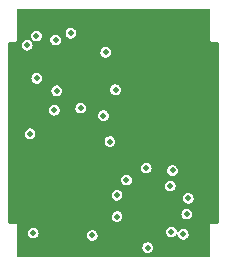
<source format=gbr>
%TF.GenerationSoftware,KiCad,Pcbnew,6.0.7-f9a2dced07~116~ubuntu20.04.1*%
%TF.CreationDate,2022-09-24T19:15:38+02:00*%
%TF.ProjectId,SRRReceiver,53525252-6563-4656-9976-65722e6b6963,rev?*%
%TF.SameCoordinates,Original*%
%TF.FileFunction,Copper,L2,Inr*%
%TF.FilePolarity,Positive*%
%FSLAX46Y46*%
G04 Gerber Fmt 4.6, Leading zero omitted, Abs format (unit mm)*
G04 Created by KiCad (PCBNEW 6.0.7-f9a2dced07~116~ubuntu20.04.1) date 2022-09-24 19:15:38*
%MOMM*%
%LPD*%
G01*
G04 APERTURE LIST*
%TA.AperFunction,ComponentPad*%
%ADD10R,0.500000X0.900000*%
%TD*%
%TA.AperFunction,ViaPad*%
%ADD11C,0.500000*%
%TD*%
G04 APERTURE END LIST*
D10*
%TO.N,GND*%
%TO.C,AE2*%
X133000000Y-82550000D03*
%TD*%
%TO.N,GND*%
%TO.C,AE1*%
X115600000Y-95900000D03*
%TD*%
D11*
%TO.N,GND*%
X121900000Y-88100000D03*
X130300000Y-79250000D03*
X120300000Y-83300000D03*
X130300000Y-99300000D03*
X127100000Y-96000000D03*
X130250000Y-80400000D03*
X116500000Y-98400000D03*
X128700000Y-85700000D03*
X126850000Y-80350000D03*
X116400000Y-92600000D03*
X118874500Y-98600000D03*
X132200000Y-87100000D03*
X125100000Y-79200000D03*
X124200000Y-90700000D03*
X128750000Y-81250000D03*
X116600000Y-79200000D03*
X126300000Y-79200000D03*
X117800000Y-92000000D03*
X116400000Y-91500000D03*
X116075500Y-82700000D03*
X131800000Y-94600000D03*
X121150000Y-83300000D03*
X125650000Y-85350000D03*
X127700000Y-79200000D03*
X118000000Y-79200000D03*
X119900000Y-79200000D03*
X116500000Y-97400000D03*
X131600000Y-81500000D03*
X125300000Y-97500000D03*
X127900000Y-85900000D03*
X121100000Y-84200000D03*
X116600000Y-89000000D03*
X116400000Y-90400000D03*
X129968767Y-92881233D03*
X122500000Y-93900000D03*
X131800000Y-91500000D03*
X128100000Y-96000000D03*
X118300000Y-86400000D03*
X131800000Y-90400000D03*
X131650000Y-79250000D03*
X131100000Y-89300000D03*
X116300000Y-94900000D03*
X132200000Y-86000000D03*
X131650000Y-80400000D03*
X117600000Y-99400000D03*
X116500000Y-99400000D03*
X132000000Y-99200000D03*
X128850000Y-82350000D03*
X116600000Y-80200000D03*
X130900000Y-97400000D03*
X117800000Y-80000000D03*
X122200000Y-79200000D03*
X116200000Y-86850000D03*
X119222082Y-93541804D03*
X120300000Y-84200000D03*
X118750000Y-94100000D03*
X127100000Y-95100000D03*
X130300000Y-91500000D03*
X131600000Y-82550000D03*
X128050000Y-81600000D03*
X132000000Y-98100000D03*
X121700000Y-98800000D03*
X131100000Y-88100000D03*
X129100000Y-79250000D03*
X127750000Y-80350000D03*
X117050000Y-92100000D03*
X123800000Y-79200000D03*
X127100000Y-91450000D03*
X128100000Y-95100000D03*
X120700000Y-93900000D03*
X131100000Y-98600000D03*
X125200000Y-82300000D03*
X121000000Y-79600000D03*
X129100000Y-90400000D03*
X129100000Y-80350000D03*
%TO.N,SPI2_MOSI*%
X129200000Y-97600000D03*
%TO.N,SPI2_NSS*%
X129300000Y-92400000D03*
%TO.N,VDD*%
X124475500Y-85550000D03*
X125400000Y-93200000D03*
X124600000Y-96300000D03*
X123450000Y-87750000D03*
X127200000Y-98924500D03*
X127068951Y-92198355D03*
X117800000Y-84600000D03*
X130635298Y-94764702D03*
X124600000Y-94500000D03*
X121522266Y-87122266D03*
X123637500Y-82387500D03*
X122500000Y-97900000D03*
X120700000Y-80778732D03*
%TO.N,SPI2_SCK*%
X130200000Y-97800000D03*
%TO.N,SPI1_SCK*%
X117775500Y-81000000D03*
%TO.N,SPI1_MISO*%
X117000000Y-81800000D03*
%TO.N,SPI1_NSS*%
X119300000Y-87300000D03*
%TO.N,SPI2_MISO*%
X130500000Y-96100000D03*
X124000000Y-89950000D03*
%TO.N,SPI1_MOSI*%
X119400000Y-81350000D03*
%TO.N,GD0_INT_2*%
X129100000Y-93700000D03*
X117500000Y-97700000D03*
%TO.N,GD0_INT_1*%
X117236803Y-89289456D03*
X119500000Y-85650000D03*
%TD*%
%TA.AperFunction,Conductor*%
%TO.N,GND*%
G36*
X132458691Y-78719407D02*
G01*
X132494655Y-78768907D01*
X132499500Y-78799500D01*
X132499500Y-81432654D01*
X132508717Y-81445341D01*
X132509044Y-81446346D01*
X132509665Y-81447200D01*
X132514510Y-81462112D01*
X132527194Y-81471328D01*
X132527816Y-81472184D01*
X132528672Y-81472806D01*
X132537888Y-81485490D01*
X132552800Y-81490335D01*
X132553654Y-81490956D01*
X132554659Y-81491283D01*
X132567346Y-81500500D01*
X133101000Y-81500500D01*
X133159191Y-81519407D01*
X133195155Y-81568907D01*
X133200000Y-81599500D01*
X133200000Y-96800500D01*
X133181093Y-96858691D01*
X133131593Y-96894655D01*
X133101000Y-96899500D01*
X132567346Y-96899500D01*
X132554659Y-96908717D01*
X132553654Y-96909044D01*
X132552800Y-96909665D01*
X132537888Y-96914510D01*
X132528672Y-96927194D01*
X132527816Y-96927816D01*
X132527194Y-96928672D01*
X132514510Y-96937888D01*
X132509665Y-96952800D01*
X132509044Y-96953654D01*
X132508717Y-96954659D01*
X132499500Y-96967346D01*
X132499500Y-99600500D01*
X132480593Y-99658691D01*
X132431093Y-99694655D01*
X132400500Y-99699500D01*
X116199500Y-99699500D01*
X116141309Y-99680593D01*
X116105345Y-99631093D01*
X116100500Y-99600500D01*
X116100500Y-98918940D01*
X126744901Y-98918940D01*
X126745816Y-98925937D01*
X126745816Y-98925938D01*
X126747082Y-98935620D01*
X126761633Y-99046894D01*
X126764471Y-99053345D01*
X126764472Y-99053347D01*
X126771458Y-99069224D01*
X126813605Y-99165010D01*
X126855122Y-99214401D01*
X126892100Y-99258392D01*
X126892103Y-99258394D01*
X126896639Y-99263791D01*
X127004060Y-99335296D01*
X127010788Y-99337398D01*
X127010790Y-99337399D01*
X127065646Y-99354537D01*
X127127233Y-99373778D01*
X127191744Y-99374960D01*
X127249202Y-99376014D01*
X127249204Y-99376014D01*
X127256255Y-99376143D01*
X127263058Y-99374288D01*
X127263060Y-99374288D01*
X127304828Y-99362900D01*
X127380755Y-99342200D01*
X127490724Y-99274679D01*
X127577322Y-99179007D01*
X127633588Y-99062875D01*
X127654997Y-98935620D01*
X127655133Y-98924500D01*
X127636839Y-98796759D01*
X127583428Y-98679288D01*
X127499193Y-98581528D01*
X127493276Y-98577693D01*
X127493274Y-98577691D01*
X127396824Y-98515177D01*
X127390906Y-98511341D01*
X127384150Y-98509321D01*
X127384149Y-98509320D01*
X127341335Y-98496516D01*
X127267273Y-98474366D01*
X127190644Y-98473898D01*
X127145282Y-98473621D01*
X127138231Y-98473578D01*
X127131454Y-98475515D01*
X127131453Y-98475515D01*
X127020935Y-98507101D01*
X127020933Y-98507102D01*
X127014155Y-98509039D01*
X126905019Y-98577899D01*
X126819596Y-98674622D01*
X126764754Y-98791432D01*
X126744901Y-98918940D01*
X116100500Y-98918940D01*
X116100500Y-97694440D01*
X117044901Y-97694440D01*
X117045816Y-97701437D01*
X117045816Y-97701438D01*
X117047082Y-97711120D01*
X117061633Y-97822394D01*
X117064471Y-97828845D01*
X117064472Y-97828847D01*
X117108473Y-97928847D01*
X117113605Y-97940510D01*
X117155122Y-97989901D01*
X117192100Y-98033892D01*
X117192103Y-98033894D01*
X117196639Y-98039291D01*
X117304060Y-98110796D01*
X117310788Y-98112898D01*
X117310790Y-98112899D01*
X117365647Y-98130037D01*
X117427233Y-98149278D01*
X117491744Y-98150460D01*
X117549202Y-98151514D01*
X117549204Y-98151514D01*
X117556255Y-98151643D01*
X117563058Y-98149788D01*
X117563060Y-98149788D01*
X117621364Y-98133892D01*
X117680755Y-98117700D01*
X117790724Y-98050179D01*
X117800579Y-98039291D01*
X117872590Y-97959735D01*
X117872590Y-97959734D01*
X117877322Y-97954507D01*
X117906424Y-97894440D01*
X122044901Y-97894440D01*
X122045816Y-97901437D01*
X122045816Y-97901438D01*
X122047082Y-97911120D01*
X122061633Y-98022394D01*
X122064471Y-98028845D01*
X122064472Y-98028847D01*
X122101456Y-98112899D01*
X122113605Y-98140510D01*
X122155122Y-98189900D01*
X122192100Y-98233892D01*
X122192103Y-98233894D01*
X122196639Y-98239291D01*
X122304060Y-98310796D01*
X122310788Y-98312898D01*
X122310790Y-98312899D01*
X122365646Y-98330037D01*
X122427233Y-98349278D01*
X122491744Y-98350460D01*
X122549202Y-98351514D01*
X122549204Y-98351514D01*
X122556255Y-98351643D01*
X122563058Y-98349788D01*
X122563060Y-98349788D01*
X122604828Y-98338400D01*
X122680755Y-98317700D01*
X122790724Y-98250179D01*
X122805466Y-98233892D01*
X122872590Y-98159735D01*
X122872590Y-98159734D01*
X122877322Y-98154507D01*
X122928243Y-98049407D01*
X122930512Y-98044724D01*
X122930512Y-98044723D01*
X122933588Y-98038375D01*
X122952015Y-97928847D01*
X122954363Y-97914891D01*
X122954363Y-97914886D01*
X122954997Y-97911120D01*
X122955133Y-97900000D01*
X122936839Y-97772259D01*
X122883428Y-97654788D01*
X122831429Y-97594440D01*
X128744901Y-97594440D01*
X128761633Y-97722394D01*
X128764471Y-97728845D01*
X128764472Y-97728847D01*
X128808473Y-97828847D01*
X128813605Y-97840510D01*
X128853076Y-97887466D01*
X128892100Y-97933892D01*
X128892103Y-97933894D01*
X128896639Y-97939291D01*
X129004060Y-98010796D01*
X129010788Y-98012898D01*
X129010790Y-98012899D01*
X129065646Y-98030037D01*
X129127233Y-98049278D01*
X129191744Y-98050461D01*
X129249202Y-98051514D01*
X129249204Y-98051514D01*
X129256255Y-98051643D01*
X129263058Y-98049788D01*
X129263060Y-98049788D01*
X129321364Y-98033892D01*
X129380755Y-98017700D01*
X129490724Y-97950179D01*
X129501409Y-97938375D01*
X129572589Y-97859736D01*
X129577322Y-97854507D01*
X129578955Y-97851137D01*
X129625974Y-97814401D01*
X129687122Y-97812266D01*
X129737847Y-97846481D01*
X129757998Y-97894594D01*
X129761633Y-97922394D01*
X129764471Y-97928845D01*
X129764472Y-97928847D01*
X129808473Y-98028847D01*
X129813605Y-98040510D01*
X129855122Y-98089901D01*
X129892100Y-98133892D01*
X129892103Y-98133894D01*
X129896639Y-98139291D01*
X130004060Y-98210796D01*
X130010788Y-98212898D01*
X130010790Y-98212899D01*
X130065646Y-98230037D01*
X130127233Y-98249278D01*
X130191744Y-98250461D01*
X130249202Y-98251514D01*
X130249204Y-98251514D01*
X130256255Y-98251643D01*
X130263058Y-98249788D01*
X130263060Y-98249788D01*
X130321364Y-98233892D01*
X130380755Y-98217700D01*
X130490724Y-98150179D01*
X130505466Y-98133892D01*
X130572590Y-98059735D01*
X130572590Y-98059734D01*
X130577322Y-98054507D01*
X130633588Y-97938375D01*
X130652015Y-97828847D01*
X130654363Y-97814891D01*
X130654363Y-97814886D01*
X130654997Y-97811120D01*
X130655133Y-97800000D01*
X130636839Y-97672259D01*
X130598286Y-97587466D01*
X130586349Y-97561212D01*
X130586348Y-97561211D01*
X130583428Y-97554788D01*
X130518334Y-97479242D01*
X130503798Y-97462372D01*
X130503797Y-97462371D01*
X130499193Y-97457028D01*
X130493276Y-97453193D01*
X130493274Y-97453191D01*
X130396824Y-97390677D01*
X130390906Y-97386841D01*
X130384150Y-97384821D01*
X130384149Y-97384820D01*
X130309089Y-97362372D01*
X130267273Y-97349866D01*
X130190644Y-97349398D01*
X130145282Y-97349121D01*
X130138231Y-97349078D01*
X130131454Y-97351015D01*
X130131453Y-97351015D01*
X130020935Y-97382601D01*
X130020933Y-97382602D01*
X130014155Y-97384539D01*
X129905019Y-97453399D01*
X129820585Y-97549002D01*
X129820584Y-97549003D01*
X129820025Y-97549636D01*
X129819596Y-97550122D01*
X129819402Y-97549950D01*
X129774825Y-97585666D01*
X129713708Y-97588550D01*
X129662567Y-97554960D01*
X129641828Y-97507094D01*
X129637839Y-97479242D01*
X129636839Y-97472259D01*
X129583428Y-97354788D01*
X129499193Y-97257028D01*
X129493276Y-97253193D01*
X129493274Y-97253191D01*
X129396824Y-97190677D01*
X129390906Y-97186841D01*
X129384150Y-97184821D01*
X129384149Y-97184820D01*
X129341335Y-97172016D01*
X129267273Y-97149866D01*
X129190644Y-97149398D01*
X129145282Y-97149121D01*
X129138231Y-97149078D01*
X129131454Y-97151015D01*
X129131453Y-97151015D01*
X129020935Y-97182601D01*
X129020933Y-97182602D01*
X129014155Y-97184539D01*
X128905019Y-97253399D01*
X128819596Y-97350122D01*
X128764754Y-97466932D01*
X128744901Y-97594440D01*
X122831429Y-97594440D01*
X122818335Y-97579243D01*
X122803798Y-97562372D01*
X122803797Y-97562371D01*
X122799193Y-97557028D01*
X122793276Y-97553193D01*
X122793274Y-97553191D01*
X122696824Y-97490677D01*
X122690906Y-97486841D01*
X122684150Y-97484821D01*
X122684149Y-97484820D01*
X122609089Y-97462372D01*
X122567273Y-97449866D01*
X122490644Y-97449398D01*
X122445282Y-97449121D01*
X122438231Y-97449078D01*
X122431454Y-97451015D01*
X122431453Y-97451015D01*
X122320935Y-97482601D01*
X122320933Y-97482602D01*
X122314155Y-97484539D01*
X122205019Y-97553399D01*
X122119596Y-97650122D01*
X122064754Y-97766932D01*
X122044901Y-97894440D01*
X117906424Y-97894440D01*
X117933588Y-97838375D01*
X117952015Y-97728847D01*
X117954363Y-97714891D01*
X117954363Y-97714886D01*
X117954997Y-97711120D01*
X117955133Y-97700000D01*
X117936839Y-97572259D01*
X117883428Y-97454788D01*
X117799193Y-97357028D01*
X117793276Y-97353193D01*
X117793274Y-97353191D01*
X117696824Y-97290677D01*
X117690906Y-97286841D01*
X117684150Y-97284821D01*
X117684149Y-97284820D01*
X117609089Y-97262372D01*
X117567273Y-97249866D01*
X117490644Y-97249398D01*
X117445282Y-97249121D01*
X117438231Y-97249078D01*
X117431454Y-97251015D01*
X117431453Y-97251015D01*
X117320935Y-97282601D01*
X117320933Y-97282602D01*
X117314155Y-97284539D01*
X117205019Y-97353399D01*
X117119596Y-97450122D01*
X117064754Y-97566932D01*
X117044901Y-97694440D01*
X116100500Y-97694440D01*
X116100500Y-96967346D01*
X116091283Y-96954659D01*
X116090956Y-96953654D01*
X116090335Y-96952800D01*
X116085490Y-96937888D01*
X116072806Y-96928672D01*
X116072184Y-96927816D01*
X116071328Y-96927194D01*
X116062112Y-96914510D01*
X116047200Y-96909665D01*
X116046346Y-96909044D01*
X116045341Y-96908717D01*
X116032654Y-96899500D01*
X115499000Y-96899500D01*
X115440809Y-96880593D01*
X115404845Y-96831093D01*
X115400000Y-96800500D01*
X115400000Y-96294440D01*
X124144901Y-96294440D01*
X124145816Y-96301437D01*
X124145816Y-96301438D01*
X124147082Y-96311120D01*
X124161633Y-96422394D01*
X124164471Y-96428845D01*
X124164472Y-96428847D01*
X124201456Y-96512899D01*
X124213605Y-96540510D01*
X124255122Y-96589900D01*
X124292100Y-96633892D01*
X124292103Y-96633894D01*
X124296639Y-96639291D01*
X124404060Y-96710796D01*
X124410788Y-96712898D01*
X124410790Y-96712899D01*
X124465647Y-96730037D01*
X124527233Y-96749278D01*
X124591744Y-96750460D01*
X124649202Y-96751514D01*
X124649204Y-96751514D01*
X124656255Y-96751643D01*
X124663058Y-96749788D01*
X124663060Y-96749788D01*
X124704828Y-96738400D01*
X124780755Y-96717700D01*
X124890724Y-96650179D01*
X124977322Y-96554507D01*
X125033588Y-96438375D01*
X125054997Y-96311120D01*
X125055133Y-96300000D01*
X125036839Y-96172259D01*
X125001457Y-96094440D01*
X130044901Y-96094440D01*
X130045816Y-96101437D01*
X130045816Y-96101438D01*
X130047082Y-96111120D01*
X130061633Y-96222394D01*
X130064471Y-96228845D01*
X130064472Y-96228847D01*
X130095780Y-96300000D01*
X130113605Y-96340510D01*
X130155122Y-96389900D01*
X130192100Y-96433892D01*
X130192103Y-96433894D01*
X130196639Y-96439291D01*
X130304060Y-96510796D01*
X130310788Y-96512898D01*
X130310790Y-96512899D01*
X130365647Y-96530037D01*
X130427233Y-96549278D01*
X130491744Y-96550460D01*
X130549202Y-96551514D01*
X130549204Y-96551514D01*
X130556255Y-96551643D01*
X130563058Y-96549788D01*
X130563060Y-96549788D01*
X130620770Y-96534054D01*
X130680755Y-96517700D01*
X130790724Y-96450179D01*
X130800579Y-96439291D01*
X130872590Y-96359735D01*
X130872590Y-96359734D01*
X130877322Y-96354507D01*
X130933588Y-96238375D01*
X130954997Y-96111120D01*
X130955133Y-96100000D01*
X130936839Y-95972259D01*
X130883428Y-95854788D01*
X130799193Y-95757028D01*
X130793276Y-95753193D01*
X130793274Y-95753191D01*
X130696824Y-95690677D01*
X130690906Y-95686841D01*
X130684150Y-95684821D01*
X130684149Y-95684820D01*
X130641335Y-95672016D01*
X130567273Y-95649866D01*
X130490644Y-95649398D01*
X130445282Y-95649121D01*
X130438231Y-95649078D01*
X130431454Y-95651015D01*
X130431453Y-95651015D01*
X130320935Y-95682601D01*
X130320933Y-95682602D01*
X130314155Y-95684539D01*
X130205019Y-95753399D01*
X130119596Y-95850122D01*
X130064754Y-95966932D01*
X130044901Y-96094440D01*
X125001457Y-96094440D01*
X124983428Y-96054788D01*
X124918335Y-95979243D01*
X124903798Y-95962372D01*
X124903797Y-95962371D01*
X124899193Y-95957028D01*
X124893276Y-95953193D01*
X124893274Y-95953191D01*
X124796824Y-95890677D01*
X124790906Y-95886841D01*
X124784150Y-95884821D01*
X124784149Y-95884820D01*
X124741335Y-95872016D01*
X124667273Y-95849866D01*
X124590644Y-95849398D01*
X124545282Y-95849121D01*
X124538231Y-95849078D01*
X124531454Y-95851015D01*
X124531453Y-95851015D01*
X124420935Y-95882601D01*
X124420933Y-95882602D01*
X124414155Y-95884539D01*
X124305019Y-95953399D01*
X124219596Y-96050122D01*
X124164754Y-96166932D01*
X124144901Y-96294440D01*
X115400000Y-96294440D01*
X115400000Y-94494440D01*
X124144901Y-94494440D01*
X124145816Y-94501437D01*
X124145816Y-94501438D01*
X124147575Y-94514891D01*
X124161633Y-94622394D01*
X124164471Y-94628845D01*
X124164472Y-94628847D01*
X124171458Y-94644724D01*
X124213605Y-94740510D01*
X124237156Y-94768527D01*
X124292100Y-94833892D01*
X124292103Y-94833894D01*
X124296639Y-94839291D01*
X124404060Y-94910796D01*
X124410788Y-94912898D01*
X124410790Y-94912899D01*
X124465647Y-94930037D01*
X124527233Y-94949278D01*
X124591744Y-94950460D01*
X124649202Y-94951514D01*
X124649204Y-94951514D01*
X124656255Y-94951643D01*
X124663058Y-94949788D01*
X124663060Y-94949788D01*
X124704828Y-94938400D01*
X124780755Y-94917700D01*
X124890724Y-94850179D01*
X124968094Y-94764702D01*
X124972590Y-94759735D01*
X124972590Y-94759734D01*
X124973126Y-94759142D01*
X130180199Y-94759142D01*
X130181114Y-94766139D01*
X130181114Y-94766140D01*
X130182380Y-94775822D01*
X130196931Y-94887096D01*
X130199769Y-94893547D01*
X130199770Y-94893549D01*
X130224348Y-94949407D01*
X130248903Y-95005212D01*
X130290420Y-95054602D01*
X130327398Y-95098594D01*
X130327401Y-95098596D01*
X130331937Y-95103993D01*
X130439358Y-95175498D01*
X130446086Y-95177600D01*
X130446088Y-95177601D01*
X130500945Y-95194739D01*
X130562531Y-95213980D01*
X130627042Y-95215163D01*
X130684500Y-95216216D01*
X130684502Y-95216216D01*
X130691553Y-95216345D01*
X130698356Y-95214490D01*
X130698358Y-95214490D01*
X130740126Y-95203102D01*
X130816053Y-95182402D01*
X130926022Y-95114881D01*
X131012620Y-95019209D01*
X131061801Y-94917700D01*
X131065810Y-94909426D01*
X131065810Y-94909425D01*
X131068886Y-94903077D01*
X131079894Y-94837643D01*
X131089661Y-94779593D01*
X131089661Y-94779588D01*
X131090295Y-94775822D01*
X131090431Y-94764702D01*
X131072137Y-94636961D01*
X131018726Y-94519490D01*
X130934491Y-94421730D01*
X130928574Y-94417895D01*
X130928572Y-94417893D01*
X130832122Y-94355379D01*
X130826204Y-94351543D01*
X130819448Y-94349523D01*
X130819447Y-94349522D01*
X130776633Y-94336718D01*
X130702571Y-94314568D01*
X130625942Y-94314100D01*
X130580580Y-94313823D01*
X130573529Y-94313780D01*
X130566752Y-94315717D01*
X130566751Y-94315717D01*
X130456233Y-94347303D01*
X130456231Y-94347304D01*
X130449453Y-94349241D01*
X130340317Y-94418101D01*
X130254894Y-94514824D01*
X130200052Y-94631634D01*
X130180199Y-94759142D01*
X124973126Y-94759142D01*
X124977322Y-94754507D01*
X125033588Y-94638375D01*
X125052508Y-94525914D01*
X125054363Y-94514891D01*
X125054363Y-94514886D01*
X125054997Y-94511120D01*
X125055133Y-94500000D01*
X125036839Y-94372259D01*
X124983428Y-94254788D01*
X124899193Y-94157028D01*
X124893276Y-94153193D01*
X124893274Y-94153191D01*
X124796824Y-94090677D01*
X124790906Y-94086841D01*
X124784150Y-94084821D01*
X124784149Y-94084820D01*
X124680664Y-94053871D01*
X124667273Y-94049866D01*
X124590644Y-94049398D01*
X124545282Y-94049121D01*
X124538231Y-94049078D01*
X124531454Y-94051015D01*
X124531453Y-94051015D01*
X124420935Y-94082601D01*
X124420933Y-94082602D01*
X124414155Y-94084539D01*
X124305019Y-94153399D01*
X124219596Y-94250122D01*
X124164754Y-94366932D01*
X124144901Y-94494440D01*
X115400000Y-94494440D01*
X115400000Y-93694440D01*
X128644901Y-93694440D01*
X128645816Y-93701437D01*
X128645816Y-93701438D01*
X128647082Y-93711120D01*
X128661633Y-93822394D01*
X128664471Y-93828845D01*
X128664472Y-93828847D01*
X128671458Y-93844724D01*
X128713605Y-93940510D01*
X128755122Y-93989901D01*
X128792100Y-94033892D01*
X128792103Y-94033894D01*
X128796639Y-94039291D01*
X128904060Y-94110796D01*
X128910788Y-94112898D01*
X128910790Y-94112899D01*
X128965646Y-94130037D01*
X129027233Y-94149278D01*
X129091744Y-94150461D01*
X129149202Y-94151514D01*
X129149204Y-94151514D01*
X129156255Y-94151643D01*
X129163058Y-94149788D01*
X129163060Y-94149788D01*
X129204828Y-94138400D01*
X129280755Y-94117700D01*
X129390724Y-94050179D01*
X129477322Y-93954507D01*
X129533588Y-93838375D01*
X129554997Y-93711120D01*
X129555133Y-93700000D01*
X129536839Y-93572259D01*
X129483428Y-93454788D01*
X129399193Y-93357028D01*
X129393276Y-93353193D01*
X129393274Y-93353191D01*
X129296824Y-93290677D01*
X129290906Y-93286841D01*
X129284150Y-93284821D01*
X129284149Y-93284820D01*
X129241335Y-93272016D01*
X129167273Y-93249866D01*
X129090644Y-93249398D01*
X129045282Y-93249121D01*
X129038231Y-93249078D01*
X129031454Y-93251015D01*
X129031453Y-93251015D01*
X128920935Y-93282601D01*
X128920933Y-93282602D01*
X128914155Y-93284539D01*
X128805019Y-93353399D01*
X128719596Y-93450122D01*
X128664754Y-93566932D01*
X128644901Y-93694440D01*
X115400000Y-93694440D01*
X115400000Y-93194440D01*
X124944901Y-93194440D01*
X124945816Y-93201437D01*
X124945816Y-93201438D01*
X124947082Y-93211120D01*
X124961633Y-93322394D01*
X124964471Y-93328845D01*
X124964472Y-93328847D01*
X125010764Y-93434054D01*
X125013605Y-93440510D01*
X125031007Y-93461212D01*
X125092100Y-93533892D01*
X125092103Y-93533894D01*
X125096639Y-93539291D01*
X125204060Y-93610796D01*
X125210788Y-93612898D01*
X125210790Y-93612899D01*
X125265646Y-93630037D01*
X125327233Y-93649278D01*
X125391744Y-93650460D01*
X125449202Y-93651514D01*
X125449204Y-93651514D01*
X125456255Y-93651643D01*
X125463058Y-93649788D01*
X125463060Y-93649788D01*
X125504828Y-93638400D01*
X125580755Y-93617700D01*
X125690724Y-93550179D01*
X125777322Y-93454507D01*
X125833588Y-93338375D01*
X125848285Y-93251015D01*
X125854363Y-93214891D01*
X125854363Y-93214886D01*
X125854997Y-93211120D01*
X125855133Y-93200000D01*
X125836839Y-93072259D01*
X125783428Y-92954788D01*
X125699193Y-92857028D01*
X125693276Y-92853193D01*
X125693274Y-92853191D01*
X125596824Y-92790677D01*
X125590906Y-92786841D01*
X125584150Y-92784821D01*
X125584149Y-92784820D01*
X125480664Y-92753871D01*
X125467273Y-92749866D01*
X125390644Y-92749398D01*
X125345282Y-92749121D01*
X125338231Y-92749078D01*
X125331454Y-92751015D01*
X125331453Y-92751015D01*
X125220935Y-92782601D01*
X125220933Y-92782602D01*
X125214155Y-92784539D01*
X125105019Y-92853399D01*
X125019596Y-92950122D01*
X124964754Y-93066932D01*
X124944901Y-93194440D01*
X115400000Y-93194440D01*
X115400000Y-92192795D01*
X126613852Y-92192795D01*
X126614767Y-92199792D01*
X126614767Y-92199793D01*
X126616033Y-92209475D01*
X126630584Y-92320749D01*
X126633422Y-92327200D01*
X126633423Y-92327202D01*
X126670348Y-92411120D01*
X126682556Y-92438865D01*
X126724073Y-92488255D01*
X126761051Y-92532247D01*
X126761054Y-92532249D01*
X126765590Y-92537646D01*
X126873011Y-92609151D01*
X126879739Y-92611253D01*
X126879741Y-92611254D01*
X126934597Y-92628392D01*
X126996184Y-92647633D01*
X127060695Y-92648815D01*
X127118153Y-92649869D01*
X127118155Y-92649869D01*
X127125206Y-92649998D01*
X127132009Y-92648143D01*
X127132011Y-92648143D01*
X127183687Y-92634054D01*
X127249706Y-92616055D01*
X127359675Y-92548534D01*
X127365993Y-92541554D01*
X127441541Y-92458090D01*
X127441541Y-92458089D01*
X127446273Y-92452862D01*
X127474578Y-92394440D01*
X128844901Y-92394440D01*
X128845816Y-92401437D01*
X128845816Y-92401438D01*
X128847082Y-92411120D01*
X128861633Y-92522394D01*
X128864471Y-92528845D01*
X128864472Y-92528847D01*
X128903660Y-92617909D01*
X128913605Y-92640510D01*
X128955122Y-92689900D01*
X128992100Y-92733892D01*
X128992103Y-92733894D01*
X128996639Y-92739291D01*
X129104060Y-92810796D01*
X129110788Y-92812898D01*
X129110790Y-92812899D01*
X129165647Y-92830037D01*
X129227233Y-92849278D01*
X129291744Y-92850460D01*
X129349202Y-92851514D01*
X129349204Y-92851514D01*
X129356255Y-92851643D01*
X129363058Y-92849788D01*
X129363060Y-92849788D01*
X129404828Y-92838400D01*
X129480755Y-92817700D01*
X129590724Y-92750179D01*
X129677322Y-92654507D01*
X129733588Y-92538375D01*
X129747095Y-92458090D01*
X129754363Y-92414891D01*
X129754363Y-92414886D01*
X129754997Y-92411120D01*
X129755133Y-92400000D01*
X129736839Y-92272259D01*
X129708293Y-92209475D01*
X129686349Y-92161212D01*
X129686348Y-92161211D01*
X129683428Y-92154788D01*
X129612315Y-92072257D01*
X129603798Y-92062372D01*
X129603797Y-92062371D01*
X129599193Y-92057028D01*
X129593276Y-92053193D01*
X129593274Y-92053191D01*
X129496824Y-91990677D01*
X129490906Y-91986841D01*
X129484150Y-91984821D01*
X129484149Y-91984820D01*
X129399710Y-91959567D01*
X129367273Y-91949866D01*
X129290644Y-91949398D01*
X129245282Y-91949121D01*
X129238231Y-91949078D01*
X129231454Y-91951015D01*
X129231453Y-91951015D01*
X129120935Y-91982601D01*
X129120933Y-91982602D01*
X129114155Y-91984539D01*
X129005019Y-92053399D01*
X128919596Y-92150122D01*
X128864754Y-92266932D01*
X128844901Y-92394440D01*
X127474578Y-92394440D01*
X127502539Y-92336730D01*
X127514466Y-92265837D01*
X127523314Y-92213246D01*
X127523314Y-92213241D01*
X127523948Y-92209475D01*
X127524084Y-92198355D01*
X127505790Y-92070614D01*
X127452379Y-91953143D01*
X127368144Y-91855383D01*
X127362227Y-91851548D01*
X127362225Y-91851546D01*
X127265775Y-91789032D01*
X127259857Y-91785196D01*
X127253101Y-91783176D01*
X127253100Y-91783175D01*
X127210286Y-91770371D01*
X127136224Y-91748221D01*
X127059595Y-91747753D01*
X127014233Y-91747476D01*
X127007182Y-91747433D01*
X127000405Y-91749370D01*
X127000404Y-91749370D01*
X126889886Y-91780956D01*
X126889884Y-91780957D01*
X126883106Y-91782894D01*
X126773970Y-91851754D01*
X126688547Y-91948477D01*
X126633705Y-92065287D01*
X126613852Y-92192795D01*
X115400000Y-92192795D01*
X115400000Y-89944440D01*
X123544901Y-89944440D01*
X123545816Y-89951437D01*
X123545816Y-89951438D01*
X123547082Y-89961120D01*
X123561633Y-90072394D01*
X123564471Y-90078845D01*
X123564472Y-90078847D01*
X123571458Y-90094724D01*
X123613605Y-90190510D01*
X123655122Y-90239901D01*
X123692100Y-90283892D01*
X123692103Y-90283894D01*
X123696639Y-90289291D01*
X123804060Y-90360796D01*
X123810788Y-90362898D01*
X123810790Y-90362899D01*
X123865647Y-90380037D01*
X123927233Y-90399278D01*
X123991744Y-90400460D01*
X124049202Y-90401514D01*
X124049204Y-90401514D01*
X124056255Y-90401643D01*
X124063058Y-90399788D01*
X124063060Y-90399788D01*
X124104828Y-90388400D01*
X124180755Y-90367700D01*
X124290724Y-90300179D01*
X124377322Y-90204507D01*
X124433588Y-90088375D01*
X124454997Y-89961120D01*
X124455133Y-89950000D01*
X124436839Y-89822259D01*
X124383428Y-89704788D01*
X124299193Y-89607028D01*
X124293276Y-89603193D01*
X124293274Y-89603191D01*
X124196824Y-89540677D01*
X124190906Y-89536841D01*
X124184150Y-89534821D01*
X124184149Y-89534820D01*
X124141335Y-89522016D01*
X124067273Y-89499866D01*
X123990644Y-89499398D01*
X123945282Y-89499121D01*
X123938231Y-89499078D01*
X123931454Y-89501015D01*
X123931453Y-89501015D01*
X123820935Y-89532601D01*
X123820933Y-89532602D01*
X123814155Y-89534539D01*
X123705019Y-89603399D01*
X123619596Y-89700122D01*
X123564754Y-89816932D01*
X123544901Y-89944440D01*
X115400000Y-89944440D01*
X115400000Y-89283896D01*
X116781704Y-89283896D01*
X116782619Y-89290893D01*
X116782619Y-89290894D01*
X116783885Y-89300576D01*
X116798436Y-89411850D01*
X116801274Y-89418301D01*
X116801275Y-89418303D01*
X116837669Y-89501015D01*
X116850408Y-89529966D01*
X116891925Y-89579357D01*
X116928903Y-89623348D01*
X116928906Y-89623350D01*
X116933442Y-89628747D01*
X117040863Y-89700252D01*
X117047591Y-89702354D01*
X117047593Y-89702355D01*
X117102449Y-89719493D01*
X117164036Y-89738734D01*
X117228547Y-89739917D01*
X117286005Y-89740970D01*
X117286007Y-89740970D01*
X117293058Y-89741099D01*
X117299861Y-89739244D01*
X117299863Y-89739244D01*
X117341631Y-89727856D01*
X117417558Y-89707156D01*
X117527527Y-89639635D01*
X117552204Y-89612372D01*
X117609393Y-89549191D01*
X117609393Y-89549190D01*
X117614125Y-89543963D01*
X117670391Y-89427831D01*
X117691800Y-89300576D01*
X117691936Y-89289456D01*
X117673642Y-89161715D01*
X117620231Y-89044244D01*
X117535996Y-88946484D01*
X117530079Y-88942649D01*
X117530077Y-88942647D01*
X117433627Y-88880133D01*
X117427709Y-88876297D01*
X117420953Y-88874277D01*
X117420952Y-88874276D01*
X117378138Y-88861472D01*
X117304076Y-88839322D01*
X117227447Y-88838854D01*
X117182085Y-88838577D01*
X117175034Y-88838534D01*
X117168257Y-88840471D01*
X117168256Y-88840471D01*
X117057738Y-88872057D01*
X117057736Y-88872058D01*
X117050958Y-88873995D01*
X116941822Y-88942855D01*
X116856399Y-89039578D01*
X116801557Y-89156388D01*
X116781704Y-89283896D01*
X115400000Y-89283896D01*
X115400000Y-87294440D01*
X118844901Y-87294440D01*
X118845816Y-87301437D01*
X118845816Y-87301438D01*
X118847082Y-87311120D01*
X118861633Y-87422394D01*
X118864471Y-87428845D01*
X118864472Y-87428847D01*
X118908608Y-87529154D01*
X118913605Y-87540510D01*
X118941680Y-87573909D01*
X118992100Y-87633892D01*
X118992103Y-87633894D01*
X118996639Y-87639291D01*
X119104060Y-87710796D01*
X119110788Y-87712898D01*
X119110790Y-87712899D01*
X119165646Y-87730037D01*
X119227233Y-87749278D01*
X119291744Y-87750460D01*
X119349202Y-87751514D01*
X119349204Y-87751514D01*
X119356255Y-87751643D01*
X119363058Y-87749788D01*
X119363060Y-87749788D01*
X119382676Y-87744440D01*
X122994901Y-87744440D01*
X122995816Y-87751437D01*
X122995816Y-87751438D01*
X122997082Y-87761120D01*
X123011633Y-87872394D01*
X123014471Y-87878845D01*
X123014472Y-87878847D01*
X123021458Y-87894724D01*
X123063605Y-87990510D01*
X123105122Y-88039900D01*
X123142100Y-88083892D01*
X123142103Y-88083894D01*
X123146639Y-88089291D01*
X123254060Y-88160796D01*
X123260788Y-88162898D01*
X123260790Y-88162899D01*
X123315646Y-88180037D01*
X123377233Y-88199278D01*
X123441744Y-88200461D01*
X123499202Y-88201514D01*
X123499204Y-88201514D01*
X123506255Y-88201643D01*
X123513058Y-88199788D01*
X123513060Y-88199788D01*
X123554828Y-88188400D01*
X123630755Y-88167700D01*
X123740724Y-88100179D01*
X123827322Y-88004507D01*
X123883588Y-87888375D01*
X123904997Y-87761120D01*
X123905133Y-87750000D01*
X123886839Y-87622259D01*
X123852125Y-87545909D01*
X123836349Y-87511212D01*
X123836348Y-87511211D01*
X123833428Y-87504788D01*
X123770209Y-87431418D01*
X123753798Y-87412372D01*
X123753797Y-87412371D01*
X123749193Y-87407028D01*
X123743276Y-87403193D01*
X123743274Y-87403191D01*
X123646824Y-87340677D01*
X123640906Y-87336841D01*
X123634150Y-87334821D01*
X123634149Y-87334820D01*
X123567512Y-87314891D01*
X123517273Y-87299866D01*
X123440644Y-87299398D01*
X123395282Y-87299121D01*
X123388231Y-87299078D01*
X123381454Y-87301015D01*
X123381453Y-87301015D01*
X123270935Y-87332601D01*
X123270933Y-87332602D01*
X123264155Y-87334539D01*
X123155019Y-87403399D01*
X123069596Y-87500122D01*
X123014754Y-87616932D01*
X122994901Y-87744440D01*
X119382676Y-87744440D01*
X119408255Y-87737466D01*
X119480755Y-87717700D01*
X119590724Y-87650179D01*
X119661901Y-87571544D01*
X119672590Y-87559735D01*
X119672590Y-87559734D01*
X119677322Y-87554507D01*
X119717081Y-87472445D01*
X119730512Y-87444724D01*
X119730512Y-87444723D01*
X119733588Y-87438375D01*
X119747393Y-87356320D01*
X119754363Y-87314891D01*
X119754363Y-87314886D01*
X119754997Y-87311120D01*
X119755133Y-87300000D01*
X119736839Y-87172259D01*
X119714762Y-87123704D01*
X119711580Y-87116706D01*
X121067167Y-87116706D01*
X121068082Y-87123703D01*
X121068082Y-87123704D01*
X121069348Y-87133386D01*
X121083899Y-87244660D01*
X121086737Y-87251111D01*
X121086738Y-87251113D01*
X121123446Y-87334539D01*
X121135871Y-87362776D01*
X121166855Y-87399636D01*
X121214366Y-87456158D01*
X121214369Y-87456160D01*
X121218905Y-87461557D01*
X121326326Y-87533062D01*
X121333054Y-87535164D01*
X121333056Y-87535165D01*
X121374658Y-87548162D01*
X121449499Y-87571544D01*
X121514010Y-87572727D01*
X121571468Y-87573780D01*
X121571470Y-87573780D01*
X121578521Y-87573909D01*
X121585324Y-87572054D01*
X121585326Y-87572054D01*
X121630510Y-87559735D01*
X121703021Y-87539966D01*
X121812990Y-87472445D01*
X121864622Y-87415403D01*
X121894856Y-87382001D01*
X121894856Y-87382000D01*
X121899588Y-87376773D01*
X121955854Y-87260641D01*
X121970723Y-87172259D01*
X121976629Y-87137157D01*
X121976629Y-87137152D01*
X121977263Y-87133386D01*
X121977399Y-87122266D01*
X121959105Y-86994525D01*
X121905694Y-86877054D01*
X121821459Y-86779294D01*
X121815542Y-86775459D01*
X121815540Y-86775457D01*
X121719090Y-86712943D01*
X121713172Y-86709107D01*
X121706416Y-86707087D01*
X121706415Y-86707086D01*
X121663601Y-86694282D01*
X121589539Y-86672132D01*
X121512910Y-86671664D01*
X121467548Y-86671387D01*
X121460497Y-86671344D01*
X121453720Y-86673281D01*
X121453719Y-86673281D01*
X121343201Y-86704867D01*
X121343199Y-86704868D01*
X121336421Y-86706805D01*
X121227285Y-86775665D01*
X121141862Y-86872388D01*
X121087020Y-86989198D01*
X121067167Y-87116706D01*
X119711580Y-87116706D01*
X119686349Y-87061212D01*
X119686348Y-87061211D01*
X119683428Y-87054788D01*
X119625969Y-86988103D01*
X119603798Y-86962372D01*
X119603797Y-86962371D01*
X119599193Y-86957028D01*
X119593276Y-86953193D01*
X119593274Y-86953191D01*
X119496824Y-86890677D01*
X119490906Y-86886841D01*
X119484150Y-86884821D01*
X119484149Y-86884820D01*
X119440306Y-86871708D01*
X119367273Y-86849866D01*
X119290644Y-86849398D01*
X119245282Y-86849121D01*
X119238231Y-86849078D01*
X119231454Y-86851015D01*
X119231453Y-86851015D01*
X119120935Y-86882601D01*
X119120933Y-86882602D01*
X119114155Y-86884539D01*
X119005019Y-86953399D01*
X118919596Y-87050122D01*
X118864754Y-87166932D01*
X118844901Y-87294440D01*
X115400000Y-87294440D01*
X115400000Y-85644440D01*
X119044901Y-85644440D01*
X119045816Y-85651437D01*
X119045816Y-85651438D01*
X119047082Y-85661120D01*
X119061633Y-85772394D01*
X119064471Y-85778845D01*
X119064472Y-85778847D01*
X119072971Y-85798162D01*
X119113605Y-85890510D01*
X119155122Y-85939900D01*
X119192100Y-85983892D01*
X119192103Y-85983894D01*
X119196639Y-85989291D01*
X119304060Y-86060796D01*
X119310788Y-86062898D01*
X119310790Y-86062899D01*
X119365646Y-86080037D01*
X119427233Y-86099278D01*
X119491744Y-86100460D01*
X119549202Y-86101514D01*
X119549204Y-86101514D01*
X119556255Y-86101643D01*
X119563058Y-86099788D01*
X119563060Y-86099788D01*
X119604828Y-86088400D01*
X119680755Y-86067700D01*
X119790724Y-86000179D01*
X119805466Y-85983892D01*
X119872590Y-85909735D01*
X119872590Y-85909734D01*
X119877322Y-85904507D01*
X119933588Y-85788375D01*
X119952015Y-85678847D01*
X119954363Y-85664891D01*
X119954363Y-85664886D01*
X119954997Y-85661120D01*
X119955133Y-85650000D01*
X119940016Y-85544440D01*
X124020401Y-85544440D01*
X124021316Y-85551437D01*
X124021316Y-85551438D01*
X124022582Y-85561120D01*
X124037133Y-85672394D01*
X124039971Y-85678845D01*
X124039972Y-85678847D01*
X124083973Y-85778847D01*
X124089105Y-85790510D01*
X124130622Y-85839901D01*
X124167600Y-85883892D01*
X124167603Y-85883894D01*
X124172139Y-85889291D01*
X124279560Y-85960796D01*
X124286288Y-85962898D01*
X124286290Y-85962899D01*
X124341146Y-85980037D01*
X124402733Y-85999278D01*
X124467244Y-86000460D01*
X124524702Y-86001514D01*
X124524704Y-86001514D01*
X124531755Y-86001643D01*
X124538558Y-85999788D01*
X124538560Y-85999788D01*
X124596864Y-85983892D01*
X124656255Y-85967700D01*
X124766224Y-85900179D01*
X124852822Y-85804507D01*
X124909088Y-85688375D01*
X124930497Y-85561120D01*
X124930633Y-85550000D01*
X124912339Y-85422259D01*
X124858928Y-85304788D01*
X124774693Y-85207028D01*
X124768776Y-85203193D01*
X124768774Y-85203191D01*
X124672324Y-85140677D01*
X124666406Y-85136841D01*
X124659650Y-85134821D01*
X124659649Y-85134820D01*
X124616835Y-85122016D01*
X124542773Y-85099866D01*
X124466144Y-85099398D01*
X124420782Y-85099121D01*
X124413731Y-85099078D01*
X124406954Y-85101015D01*
X124406953Y-85101015D01*
X124296435Y-85132601D01*
X124296433Y-85132602D01*
X124289655Y-85134539D01*
X124180519Y-85203399D01*
X124095096Y-85300122D01*
X124040254Y-85416932D01*
X124020401Y-85544440D01*
X119940016Y-85544440D01*
X119936839Y-85522259D01*
X119883428Y-85404788D01*
X119799193Y-85307028D01*
X119793276Y-85303193D01*
X119793274Y-85303191D01*
X119696824Y-85240677D01*
X119690906Y-85236841D01*
X119684150Y-85234821D01*
X119684149Y-85234820D01*
X119609089Y-85212372D01*
X119567273Y-85199866D01*
X119490644Y-85199398D01*
X119445282Y-85199121D01*
X119438231Y-85199078D01*
X119431454Y-85201015D01*
X119431453Y-85201015D01*
X119320935Y-85232601D01*
X119320933Y-85232602D01*
X119314155Y-85234539D01*
X119205019Y-85303399D01*
X119119596Y-85400122D01*
X119064754Y-85516932D01*
X119044901Y-85644440D01*
X115400000Y-85644440D01*
X115400000Y-84594440D01*
X117344901Y-84594440D01*
X117345816Y-84601437D01*
X117345816Y-84601438D01*
X117347082Y-84611120D01*
X117361633Y-84722394D01*
X117364471Y-84728845D01*
X117364472Y-84728847D01*
X117371458Y-84744724D01*
X117413605Y-84840510D01*
X117455122Y-84889900D01*
X117492100Y-84933892D01*
X117492103Y-84933894D01*
X117496639Y-84939291D01*
X117604060Y-85010796D01*
X117610788Y-85012898D01*
X117610790Y-85012899D01*
X117665646Y-85030037D01*
X117727233Y-85049278D01*
X117791744Y-85050461D01*
X117849202Y-85051514D01*
X117849204Y-85051514D01*
X117856255Y-85051643D01*
X117863058Y-85049788D01*
X117863060Y-85049788D01*
X117904828Y-85038400D01*
X117980755Y-85017700D01*
X118090724Y-84950179D01*
X118177322Y-84854507D01*
X118233588Y-84738375D01*
X118254997Y-84611120D01*
X118255133Y-84600000D01*
X118236839Y-84472259D01*
X118183428Y-84354788D01*
X118099193Y-84257028D01*
X118093276Y-84253193D01*
X118093274Y-84253191D01*
X117996824Y-84190677D01*
X117990906Y-84186841D01*
X117984150Y-84184821D01*
X117984149Y-84184820D01*
X117941335Y-84172016D01*
X117867273Y-84149866D01*
X117790644Y-84149398D01*
X117745282Y-84149121D01*
X117738231Y-84149078D01*
X117731454Y-84151015D01*
X117731453Y-84151015D01*
X117620935Y-84182601D01*
X117620933Y-84182602D01*
X117614155Y-84184539D01*
X117505019Y-84253399D01*
X117419596Y-84350122D01*
X117364754Y-84466932D01*
X117344901Y-84594440D01*
X115400000Y-84594440D01*
X115400000Y-82381940D01*
X123182401Y-82381940D01*
X123183316Y-82388937D01*
X123183316Y-82388938D01*
X123184582Y-82398620D01*
X123199133Y-82509894D01*
X123201971Y-82516345D01*
X123201972Y-82516347D01*
X123208958Y-82532224D01*
X123251105Y-82628010D01*
X123292622Y-82677400D01*
X123329600Y-82721392D01*
X123329603Y-82721394D01*
X123334139Y-82726791D01*
X123441560Y-82798296D01*
X123448288Y-82800398D01*
X123448290Y-82800399D01*
X123503147Y-82817537D01*
X123564733Y-82836778D01*
X123629244Y-82837960D01*
X123686702Y-82839014D01*
X123686704Y-82839014D01*
X123693755Y-82839143D01*
X123700558Y-82837288D01*
X123700560Y-82837288D01*
X123742328Y-82825900D01*
X123818255Y-82805200D01*
X123928224Y-82737679D01*
X124014822Y-82642007D01*
X124071088Y-82525875D01*
X124092497Y-82398620D01*
X124092633Y-82387500D01*
X124074339Y-82259759D01*
X124050300Y-82206888D01*
X124023849Y-82148712D01*
X124023848Y-82148711D01*
X124020928Y-82142288D01*
X123949796Y-82059735D01*
X123941298Y-82049872D01*
X123941297Y-82049871D01*
X123936693Y-82044528D01*
X123930776Y-82040693D01*
X123930774Y-82040691D01*
X123834324Y-81978177D01*
X123828406Y-81974341D01*
X123821650Y-81972321D01*
X123821649Y-81972320D01*
X123778835Y-81959516D01*
X123704773Y-81937366D01*
X123628144Y-81936898D01*
X123582782Y-81936621D01*
X123575731Y-81936578D01*
X123568954Y-81938515D01*
X123568953Y-81938515D01*
X123458435Y-81970101D01*
X123458433Y-81970102D01*
X123451655Y-81972039D01*
X123342519Y-82040899D01*
X123257096Y-82137622D01*
X123202254Y-82254432D01*
X123182401Y-82381940D01*
X115400000Y-82381940D01*
X115400000Y-81794440D01*
X116544901Y-81794440D01*
X116545816Y-81801437D01*
X116545816Y-81801438D01*
X116547082Y-81811120D01*
X116561633Y-81922394D01*
X116564471Y-81928845D01*
X116564472Y-81928847D01*
X116568726Y-81938515D01*
X116613605Y-82040510D01*
X116655122Y-82089901D01*
X116692100Y-82133892D01*
X116692103Y-82133894D01*
X116696639Y-82139291D01*
X116804060Y-82210796D01*
X116810788Y-82212898D01*
X116810790Y-82212899D01*
X116865646Y-82230037D01*
X116927233Y-82249278D01*
X116991744Y-82250460D01*
X117049202Y-82251514D01*
X117049204Y-82251514D01*
X117056255Y-82251643D01*
X117063058Y-82249788D01*
X117063060Y-82249788D01*
X117104828Y-82238400D01*
X117180755Y-82217700D01*
X117290724Y-82150179D01*
X117377322Y-82054507D01*
X117433588Y-81938375D01*
X117454997Y-81811120D01*
X117455133Y-81800000D01*
X117436839Y-81672259D01*
X117399670Y-81590510D01*
X117386349Y-81561212D01*
X117386348Y-81561211D01*
X117383428Y-81554788D01*
X117320209Y-81481418D01*
X117303798Y-81462372D01*
X117303797Y-81462371D01*
X117299193Y-81457028D01*
X117293276Y-81453193D01*
X117293274Y-81453191D01*
X117196824Y-81390677D01*
X117190906Y-81386841D01*
X117184150Y-81384821D01*
X117184149Y-81384820D01*
X117117512Y-81364891D01*
X117067273Y-81349866D01*
X116990644Y-81349398D01*
X116945282Y-81349121D01*
X116938231Y-81349078D01*
X116931454Y-81351015D01*
X116931453Y-81351015D01*
X116820935Y-81382601D01*
X116820933Y-81382602D01*
X116814155Y-81384539D01*
X116705019Y-81453399D01*
X116619596Y-81550122D01*
X116564754Y-81666932D01*
X116544901Y-81794440D01*
X115400000Y-81794440D01*
X115400000Y-81599500D01*
X115418907Y-81541309D01*
X115468407Y-81505345D01*
X115499000Y-81500500D01*
X116032654Y-81500500D01*
X116045341Y-81491283D01*
X116046346Y-81490956D01*
X116047200Y-81490335D01*
X116062112Y-81485490D01*
X116071328Y-81472806D01*
X116072184Y-81472184D01*
X116072806Y-81471328D01*
X116085490Y-81462112D01*
X116090335Y-81447200D01*
X116090956Y-81446346D01*
X116091283Y-81445341D01*
X116100500Y-81432654D01*
X116100500Y-80994440D01*
X117320401Y-80994440D01*
X117321316Y-81001437D01*
X117321316Y-81001438D01*
X117322264Y-81008684D01*
X117337133Y-81122394D01*
X117339971Y-81128845D01*
X117339972Y-81128847D01*
X117386264Y-81234054D01*
X117389105Y-81240510D01*
X117430622Y-81289901D01*
X117467600Y-81333892D01*
X117467603Y-81333894D01*
X117472139Y-81339291D01*
X117579560Y-81410796D01*
X117586288Y-81412898D01*
X117586290Y-81412899D01*
X117641147Y-81430037D01*
X117702733Y-81449278D01*
X117767244Y-81450461D01*
X117824702Y-81451514D01*
X117824704Y-81451514D01*
X117831755Y-81451643D01*
X117838558Y-81449788D01*
X117838560Y-81449788D01*
X117901405Y-81432654D01*
X117956255Y-81417700D01*
X118066224Y-81350179D01*
X118071419Y-81344440D01*
X118944901Y-81344440D01*
X118945816Y-81351437D01*
X118945816Y-81351438D01*
X118947082Y-81361120D01*
X118961633Y-81472394D01*
X118964471Y-81478845D01*
X118964472Y-81478847D01*
X119010764Y-81584054D01*
X119013605Y-81590510D01*
X119055122Y-81639900D01*
X119092100Y-81683892D01*
X119092103Y-81683894D01*
X119096639Y-81689291D01*
X119204060Y-81760796D01*
X119210788Y-81762898D01*
X119210790Y-81762899D01*
X119265647Y-81780037D01*
X119327233Y-81799278D01*
X119391744Y-81800461D01*
X119449202Y-81801514D01*
X119449204Y-81801514D01*
X119456255Y-81801643D01*
X119463058Y-81799788D01*
X119463060Y-81799788D01*
X119508255Y-81787466D01*
X119580755Y-81767700D01*
X119690724Y-81700179D01*
X119777322Y-81604507D01*
X119825366Y-81505345D01*
X119830512Y-81494724D01*
X119830512Y-81494723D01*
X119833588Y-81488375D01*
X119847297Y-81406888D01*
X119854363Y-81364891D01*
X119854363Y-81364886D01*
X119854997Y-81361120D01*
X119855133Y-81350000D01*
X119836839Y-81222259D01*
X119791433Y-81122394D01*
X119786349Y-81111212D01*
X119786348Y-81111211D01*
X119783428Y-81104788D01*
X119705968Y-81014891D01*
X119703798Y-81012372D01*
X119703797Y-81012371D01*
X119699193Y-81007028D01*
X119693276Y-81003193D01*
X119693274Y-81003191D01*
X119596824Y-80940677D01*
X119590906Y-80936841D01*
X119584150Y-80934821D01*
X119584149Y-80934820D01*
X119541335Y-80922016D01*
X119467273Y-80899866D01*
X119390644Y-80899398D01*
X119345282Y-80899121D01*
X119338231Y-80899078D01*
X119331454Y-80901015D01*
X119331453Y-80901015D01*
X119220935Y-80932601D01*
X119220933Y-80932602D01*
X119214155Y-80934539D01*
X119105019Y-81003399D01*
X119019596Y-81100122D01*
X118964754Y-81216932D01*
X118944901Y-81344440D01*
X118071419Y-81344440D01*
X118152822Y-81254507D01*
X118209088Y-81138375D01*
X118226776Y-81033239D01*
X118229863Y-81014891D01*
X118229863Y-81014886D01*
X118230497Y-81011120D01*
X118230633Y-81000000D01*
X118212339Y-80872259D01*
X118169815Y-80778732D01*
X118167287Y-80773172D01*
X120244901Y-80773172D01*
X120245816Y-80780169D01*
X120245816Y-80780170D01*
X120247082Y-80789852D01*
X120261633Y-80901126D01*
X120264471Y-80907577D01*
X120264472Y-80907579D01*
X120308350Y-81007299D01*
X120313605Y-81019242D01*
X120355122Y-81068633D01*
X120392100Y-81112624D01*
X120392103Y-81112626D01*
X120396639Y-81118023D01*
X120504060Y-81189528D01*
X120510788Y-81191630D01*
X120510790Y-81191631D01*
X120565647Y-81208769D01*
X120627233Y-81228010D01*
X120691744Y-81229193D01*
X120749202Y-81230246D01*
X120749204Y-81230246D01*
X120756255Y-81230375D01*
X120763058Y-81228520D01*
X120763060Y-81228520D01*
X120809579Y-81215837D01*
X120880755Y-81196432D01*
X120990724Y-81128911D01*
X121077322Y-81033239D01*
X121133588Y-80917107D01*
X121154997Y-80789852D01*
X121155133Y-80778732D01*
X121136839Y-80650991D01*
X121105744Y-80582601D01*
X121086349Y-80539944D01*
X121086348Y-80539943D01*
X121083428Y-80533520D01*
X120999193Y-80435760D01*
X120993276Y-80431925D01*
X120993274Y-80431923D01*
X120896824Y-80369409D01*
X120890906Y-80365573D01*
X120884150Y-80363553D01*
X120884149Y-80363552D01*
X120841335Y-80350748D01*
X120767273Y-80328598D01*
X120690644Y-80328130D01*
X120645282Y-80327853D01*
X120638231Y-80327810D01*
X120631454Y-80329747D01*
X120631453Y-80329747D01*
X120520935Y-80361333D01*
X120520933Y-80361334D01*
X120514155Y-80363271D01*
X120405019Y-80432131D01*
X120319596Y-80528854D01*
X120264754Y-80645664D01*
X120244901Y-80773172D01*
X118167287Y-80773172D01*
X118161849Y-80761212D01*
X118161848Y-80761211D01*
X118158928Y-80754788D01*
X118074693Y-80657028D01*
X118068776Y-80653193D01*
X118068774Y-80653191D01*
X117972324Y-80590677D01*
X117966406Y-80586841D01*
X117959650Y-80584821D01*
X117959649Y-80584820D01*
X117916835Y-80572016D01*
X117842773Y-80549866D01*
X117766144Y-80549398D01*
X117720782Y-80549121D01*
X117713731Y-80549078D01*
X117706954Y-80551015D01*
X117706953Y-80551015D01*
X117596435Y-80582601D01*
X117596433Y-80582602D01*
X117589655Y-80584539D01*
X117480519Y-80653399D01*
X117395096Y-80750122D01*
X117340254Y-80866932D01*
X117320401Y-80994440D01*
X116100500Y-80994440D01*
X116100500Y-78799500D01*
X116119407Y-78741309D01*
X116168907Y-78705345D01*
X116199500Y-78700500D01*
X132400500Y-78700500D01*
X132458691Y-78719407D01*
G37*
%TD.AperFunction*%
%TD*%
M02*

</source>
